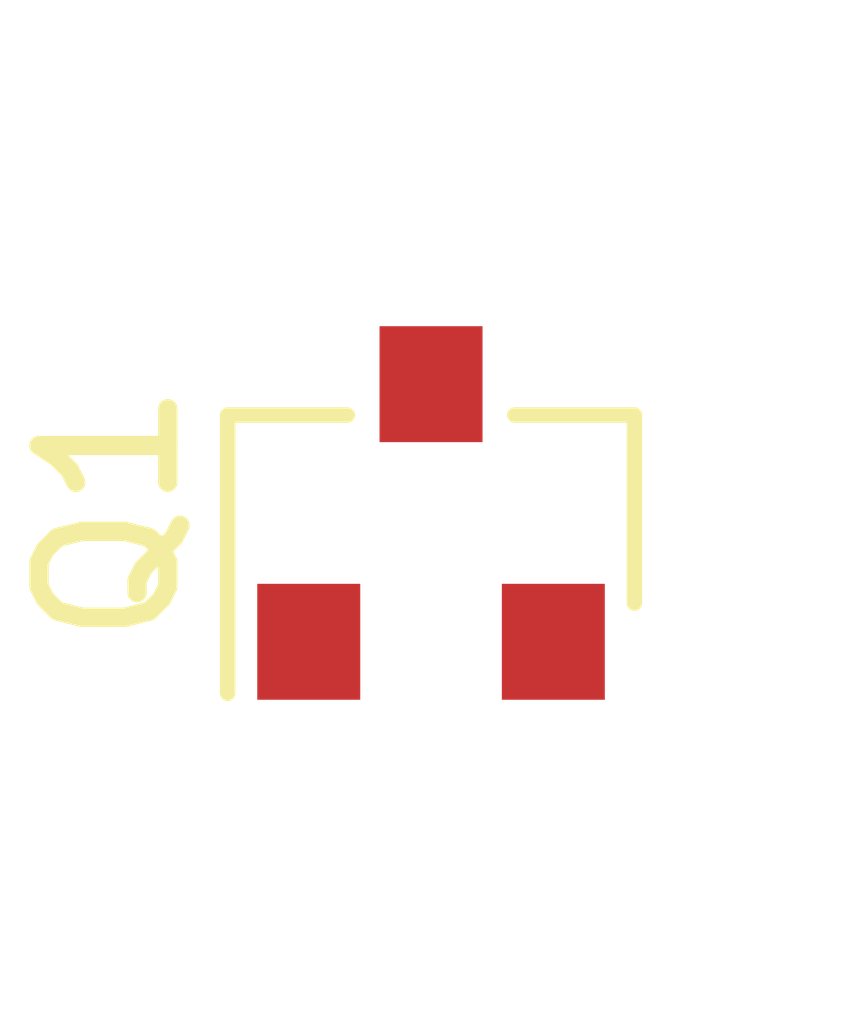
<source format=kicad_pcb>
(kicad_pcb (version 20171130) (host pcbnew "(5.1.10-1-10_14)")

  (general
    (thickness 1.6)
    (drawings 0)
    (tracks 0)
    (zones 0)
    (modules 1)
    (nets 4)
  )

  (page A4)
  (layers
    (0 F.Cu signal)
    (31 B.Cu signal)
    (32 B.Adhes user)
    (33 F.Adhes user)
    (34 B.Paste user)
    (35 F.Paste user)
    (36 B.SilkS user)
    (37 F.SilkS user)
    (38 B.Mask user)
    (39 F.Mask user)
    (40 Dwgs.User user)
    (41 Cmts.User user)
    (42 Eco1.User user)
    (43 Eco2.User user)
    (44 Edge.Cuts user)
    (45 Margin user)
    (46 B.CrtYd user)
    (47 F.CrtYd user)
    (48 B.Fab user)
    (49 F.Fab user)
  )

  (setup
    (last_trace_width 0.25)
    (trace_clearance 0.2)
    (zone_clearance 0.508)
    (zone_45_only no)
    (trace_min 0.2)
    (via_size 0.8)
    (via_drill 0.4)
    (via_min_size 0.4)
    (via_min_drill 0.3)
    (uvia_size 0.3)
    (uvia_drill 0.1)
    (uvias_allowed no)
    (uvia_min_size 0.2)
    (uvia_min_drill 0.1)
    (edge_width 0.05)
    (segment_width 0.2)
    (pcb_text_width 0.3)
    (pcb_text_size 1.5 1.5)
    (mod_edge_width 0.12)
    (mod_text_size 1 1)
    (mod_text_width 0.15)
    (pad_size 1.524 1.524)
    (pad_drill 0.762)
    (pad_to_mask_clearance 0)
    (aux_axis_origin 0 0)
    (visible_elements FFFFFF7F)
    (pcbplotparams
      (layerselection 0x010fc_ffffffff)
      (usegerberextensions false)
      (usegerberattributes true)
      (usegerberadvancedattributes true)
      (creategerberjobfile true)
      (excludeedgelayer true)
      (linewidth 0.100000)
      (plotframeref false)
      (viasonmask false)
      (mode 1)
      (useauxorigin false)
      (hpglpennumber 1)
      (hpglpenspeed 20)
      (hpglpendiameter 15.000000)
      (psnegative false)
      (psa4output false)
      (plotreference true)
      (plotvalue true)
      (plotinvisibletext false)
      (padsonsilk false)
      (subtractmaskfromsilk false)
      (outputformat 1)
      (mirror false)
      (drillshape 1)
      (scaleselection 1)
      (outputdirectory ""))
  )

  (net 0 "")
  (net 1 3)
  (net 2 2)
  (net 3 1)

  (net_class Default "This is the default net class."
    (clearance 0.2)
    (trace_width 0.25)
    (via_dia 0.8)
    (via_drill 0.4)
    (uvia_dia 0.3)
    (uvia_drill 0.1)
    (add_net 1)
    (add_net 2)
    (add_net 3)
  )

  (module Package_TO_SOT_SMD:SOT-23 (layer F.Cu) (tedit 5A02FF57) (tstamp 617D7960)
    (at 144.526 78.74 90)
    (descr "SOT-23, Standard")
    (tags SOT-23)
    (path /617D834E)
    (attr smd)
    (fp_text reference Q1 (at 0 -2.5 90) (layer F.SilkS)
      (effects (font (size 1 1) (thickness 0.15)))
    )
    (fp_text value PMBT2222 (at 0 2.5 90) (layer F.Fab)
      (effects (font (size 1 1) (thickness 0.15)))
    )
    (fp_text user %R (at 0 0) (layer F.Fab)
      (effects (font (size 0.5 0.5) (thickness 0.075)))
    )
    (fp_line (start -0.7 -0.95) (end -0.7 1.5) (layer F.Fab) (width 0.1))
    (fp_line (start -0.15 -1.52) (end 0.7 -1.52) (layer F.Fab) (width 0.1))
    (fp_line (start -0.7 -0.95) (end -0.15 -1.52) (layer F.Fab) (width 0.1))
    (fp_line (start 0.7 -1.52) (end 0.7 1.52) (layer F.Fab) (width 0.1))
    (fp_line (start -0.7 1.52) (end 0.7 1.52) (layer F.Fab) (width 0.1))
    (fp_line (start 0.76 1.58) (end 0.76 0.65) (layer F.SilkS) (width 0.12))
    (fp_line (start 0.76 -1.58) (end 0.76 -0.65) (layer F.SilkS) (width 0.12))
    (fp_line (start -1.7 -1.75) (end 1.7 -1.75) (layer F.CrtYd) (width 0.05))
    (fp_line (start 1.7 -1.75) (end 1.7 1.75) (layer F.CrtYd) (width 0.05))
    (fp_line (start 1.7 1.75) (end -1.7 1.75) (layer F.CrtYd) (width 0.05))
    (fp_line (start -1.7 1.75) (end -1.7 -1.75) (layer F.CrtYd) (width 0.05))
    (fp_line (start 0.76 -1.58) (end -1.4 -1.58) (layer F.SilkS) (width 0.12))
    (fp_line (start 0.76 1.58) (end -0.7 1.58) (layer F.SilkS) (width 0.12))
    (pad 3 smd rect (at 1 0 90) (size 0.9 0.8) (layers F.Cu F.Paste F.Mask)
      (net 1 3))
    (pad 2 smd rect (at -1 0.95 90) (size 0.9 0.8) (layers F.Cu F.Paste F.Mask)
      (net 2 2))
    (pad 1 smd rect (at -1 -0.95 90) (size 0.9 0.8) (layers F.Cu F.Paste F.Mask)
      (net 3 1))
    (model ${KISYS3DMOD}/Package_TO_SOT_SMD.3dshapes/SOT-23.wrl
      (at (xyz 0 0 0))
      (scale (xyz 1 1 1))
      (rotate (xyz 0 0 0))
    )
  )

)

</source>
